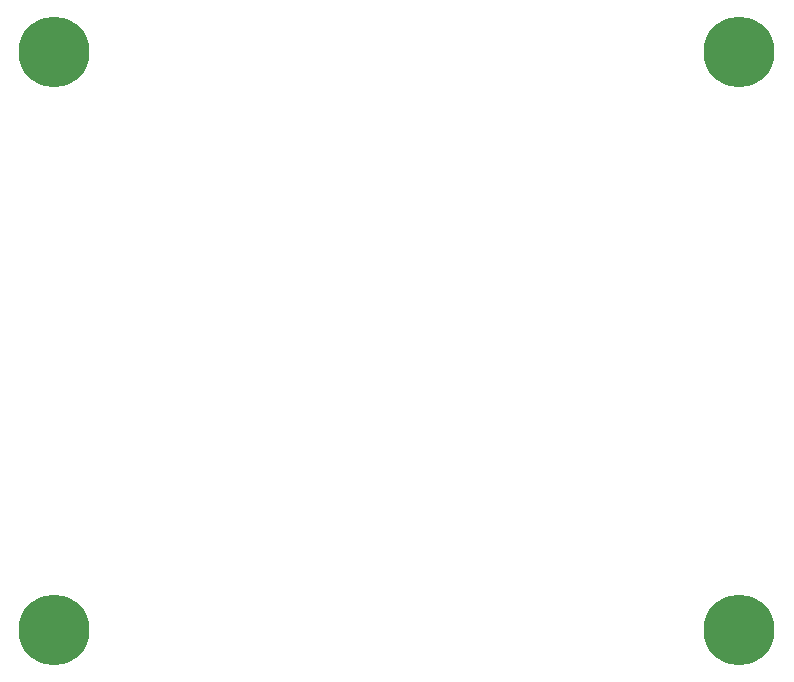
<source format=gts>
%TF.GenerationSoftware,KiCad,Pcbnew,(6.0.5)*%
%TF.CreationDate,2022-05-28T00:56:08+08:00*%
%TF.ProjectId,RaspberryPi_Shield,52617370-6265-4727-9279-50695f536869,rev?*%
%TF.SameCoordinates,Original*%
%TF.FileFunction,Soldermask,Top*%
%TF.FilePolarity,Negative*%
%FSLAX46Y46*%
G04 Gerber Fmt 4.6, Leading zero omitted, Abs format (unit mm)*
G04 Created by KiCad (PCBNEW (6.0.5)) date 2022-05-28 00:56:08*
%MOMM*%
%LPD*%
G01*
G04 APERTURE LIST*
%ADD10C,6.000000*%
G04 APERTURE END LIST*
D10*
X98700000Y-72100000D03*
X98700000Y-121100000D03*
X156700000Y-121100000D03*
X156700000Y-72100000D03*
M02*

</source>
